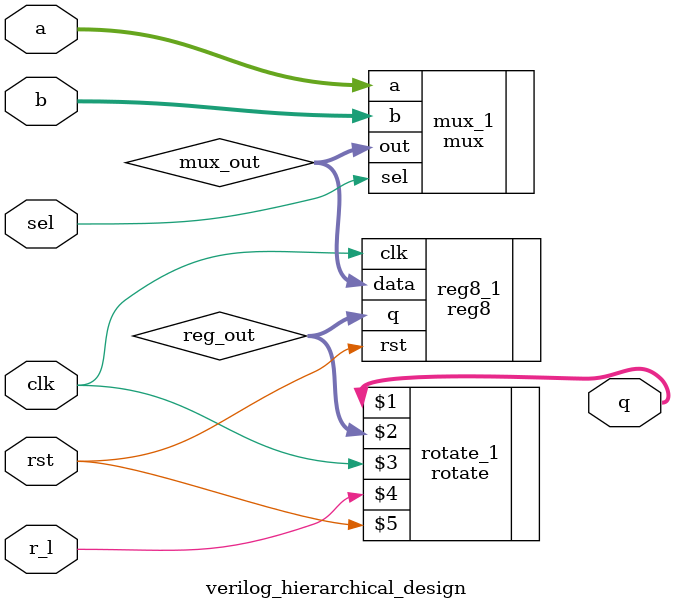
<source format=v>


`include "mux/mux.v"
`include "reg8/reg8.v"
`include "rotate/rotate.v"

module verilog_hierarchical_design(q, a, b, sel, r_l, clk, rst);
output [7:0] q;
input [7:0] a, b;
input sel, r_l, clk, rst;
wire [7:0] mux_out, reg_out;

mux mux_1 (.out(mux_out), .a(a), .b(b), .sel(sel));
// notice that port connections listed by name can be in any order
reg8 reg8_1 (.clk(clk), .data(mux_out), .q(reg_out), .rst(rst));
// can mix port connections "in order" (below)  with port connections "by name" (above)
rotate rotate_1 (q, reg_out, clk, r_l, rst);

endmodule



</source>
